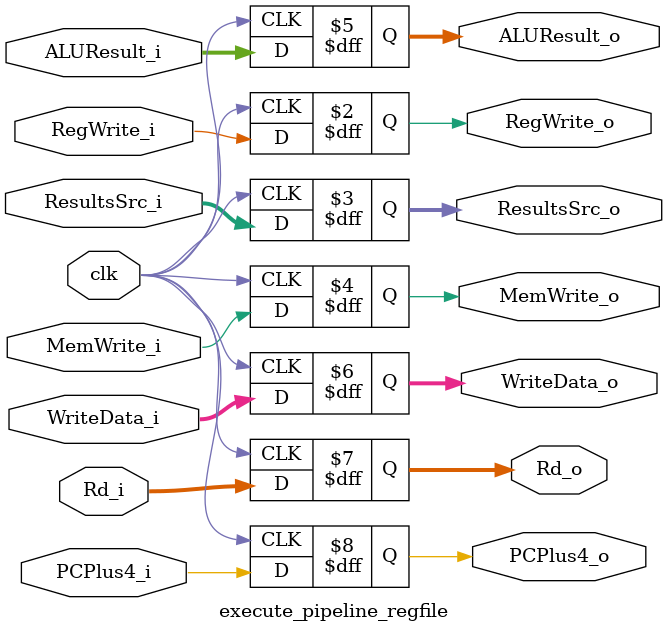
<source format=sv>
module execute_pipeline_regfile # (
    parameter   DATA_WIDTH = 32
) (
    input logic                     clk,

    input logic                     RegWrite_i,
    input logic [1:0]               ResultsSrc_i,
    input logic                     MemWrite_i,
    input logic [DATA_WIDTH-1:0]    ALUResult_i,
    input logic [DATA_WIDTH-1:0]    WriteData_i,
    input logic [4:0]               Rd_i,
    input logic                     PCPlus4_i,
    
    output logic                    RegWrite_o,
    output logic [1:0]              ResultsSrc_o,
    output logic                    MemWrite_o,
    output logic [DATA_WIDTH-1:0]   ALUResult_o,
    output logic [DATA_WIDTH-1:0]   WriteData_o,
    output logic [4:0]              Rd_o,
    output logic                    PCPlus4_o,
);

    always_ff @ (negedge clk) begin

        RegWrite_o      <= RegWrite_i;
        ResultsSrc_o    <= ResultsSrc_i;
        MemWrite_o      <= MemWrite_i;
        ALUResult_o     <= ALUResult_i;
        WriteData_o     <= WriteData_i;
        Rd_o            <= Rd_i;
        PCPlus4_o       <= PCPlus4_i;
        
    end

endmodule

</source>
